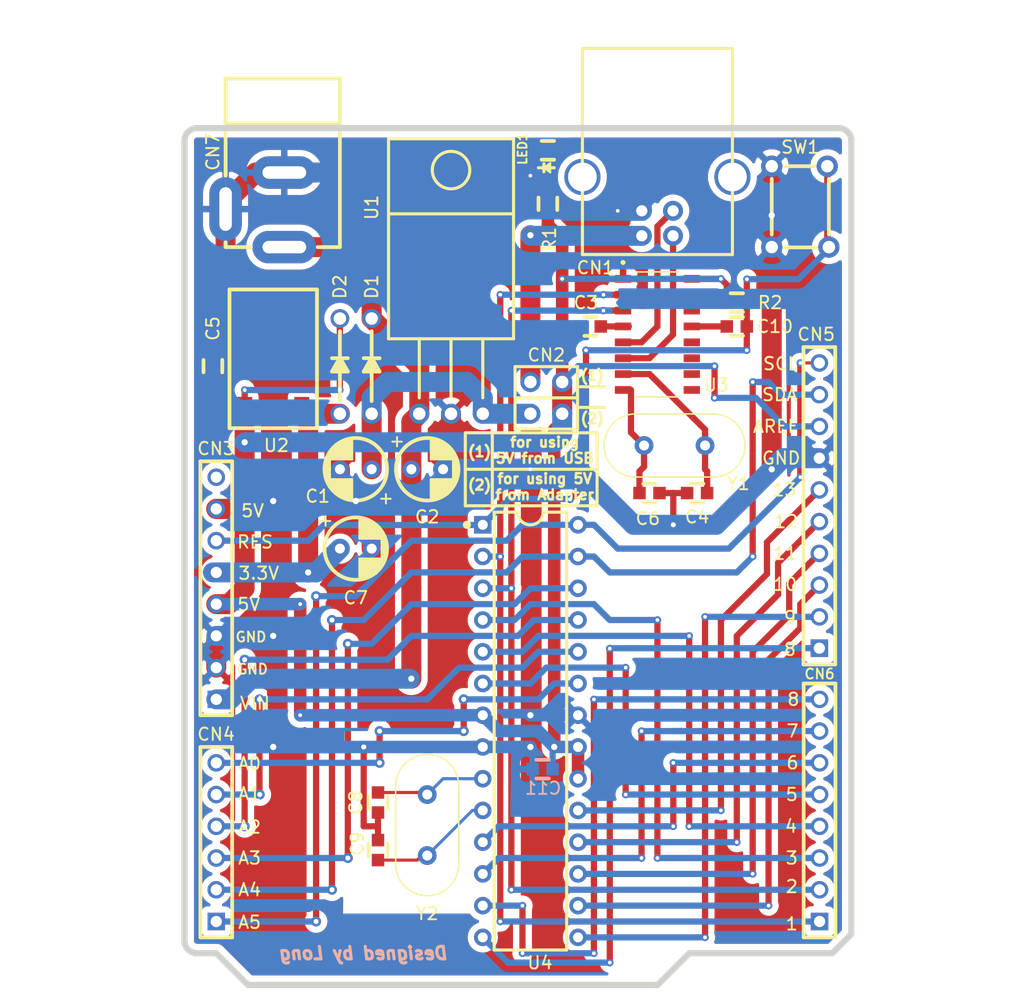
<source format=kicad_pcb>
(kicad_pcb (version 20171130) (host pcbnew "(5.1.10)-1")
  (layers (0 F.Cu signal) (31 B.Cu signal) (34 B.Paste user) (35 F.Paste user) (36 B.SilkS user) (37 F.SilkS user) (38 B.Mask user) (39 F.Mask user) (44 Edge.Cuts user))
  (net 0 "")
  (net 1 GND)
  (net 2 /Vin)
  (net 3 "Net-(C2-Pad1)")
  (net 4 "Net-(C3-Pad2)")
  (net 5 +5V)
  (net 6 "Net-(C4-Pad1)")
  (net 7 "Net-(C6-Pad1)")
  (net 8 +3V3)
  (net 9 "Net-(C8-Pad1)")
  (net 10 "Net-(C9-Pad1)")
  (net 11 "Net-(C10-Pad2)")
  (net 12 /RESET)
  (net 13 "Net-(CN1-Pad2)")
  (net 14 /5v_USB)
  (net 15 "Net-(CN1-Pad3)")
  (net 16 "Net-(CN3-Pad8)")
  (net 17 /A5)
  (net 18 /A3)
  (net 19 /A2)
  (net 20 /A4)
  (net 21 /A0)
  (net 22 /A1)
  (net 23 /D8)
  (net 24 /D9)
  (net 25 /D10)
  (net 26 /D12)
  (net 27 /D11)
  (net 28 /D13)
  (net 29 /D3)
  (net 30 /D7)
  (net 31 /D6)
  (net 32 /RX)
  (net 33 /D5)
  (net 34 /TX)
  (net 35 /D2)
  (net 36 /D4)
  (net 37 "Net-(LED1-Pad1)")
  (net 38 "Net-(U3-Pad14)")
  (net 39 "Net-(U3-Pad12)")
  (net 40 "Net-(U3-Pad11)")
  (net 41 "Net-(U3-Pad9)")
  (net 42 "Net-(U3-Pad10)")
  (net 43 "Net-(U3-Pad15)")
  (module cn_connector:jumper (layer F.Cu) (at 139.065 81.28)
    (fp_text reference CN2 (at 0 -3.429 180) (layer F.SilkS))
    (fp_text value jumper)
    (pad 3 thru_hole circle (at -1.27 1.27 90) (size 1.6 1.6) (drill 1) (layers *.Cu *.Mask) (net 3 "Net-(C2-Pad1)"))
    (pad 4 thru_hole circle (at 1.27 1.27 90) (size 1.6 1.6) (drill 1) (layers *.Cu *.Mask) (net 5 +5V))
    (pad 1 thru_hole circle (at -1.27 -1.27 90) (size 1.6 1.6) (drill 1) (layers *.Cu *.Mask) (net 14 /5v_USB))
    (pad 2 thru_hole circle (at 1.27 -1.27 90) (size 1.6 1.6) (drill 1) (layers *.Cu *.Mask) (net 5 +5V))
  )
  (module C_1608:C0603C104Z3VACTU (layer F.Cu) (at 151.13 88.9 180)
    (fp_text reference C4 (at 0 -1.905) (layer F.SilkS))
    (fp_text value 22pF)
    (pad 2 smd rect (at 0.8 0 180) (size 1 1) (layers F.Cu F.Paste F.Mask) (net 1 GND))
    (pad 1 smd rect (at -0.8 0 180) (size 1 1) (layers F.Cu F.Paste F.Mask) (net 6 "Net-(C4-Pad1)"))
  )
  (module cn_connector:cn_8pins (layer F.Cu) (at 160.925 115.57)
    (fp_text reference CN6 (at 0 -12.192) (layer F.SilkS) (effects (font (size 0.8 0.8))))
    (fp_text value CN_8pins)
    (fp_text user 1 (at -2.2225 7.8105 180) (layer F.SilkS))
    (fp_text user 2 (at -2.2225 4.826 180) (layer F.SilkS))
    (fp_text user 4 (at -2.286 0 180) (layer F.SilkS))
    (fp_text user 3 (at -2.2225 2.54 180) (layer F.SilkS))
    (fp_text user 8 (at -2.0955 -10.16 180) (layer F.SilkS))
    (fp_text user 7 (at -2.159 -7.62 180) (layer F.SilkS))
    (fp_text user 5 (at -2.2225 -2.54 180) (layer F.SilkS))
    (fp_text user 6 (at -2.159 -5.08 180) (layer F.SilkS))
    (pad 4 thru_hole circle (at 0 0 90) (size 1.4 1.4) (drill 0.9) (layers *.Cu *.Mask) (net 29 /D3))
    (pad 7 thru_hole circle (at 0 -7.62 90) (size 1.4 1.4) (drill 0.9) (layers *.Cu *.Mask) (net 31 /D6))
    (pad 2 thru_hole circle (at 0 5.08 90) (size 1.4 1.4) (drill 0.9) (layers *.Cu *.Mask) (net 34 /TX))
    (pad 5 thru_hole circle (at 0 -2.54 90) (size 1.4 1.4) (drill 0.9) (layers *.Cu *.Mask) (net 36 /D4))
    (pad 1 thru_hole rect (at 0 7.62 90) (size 1.4 1.4) (drill 0.9) (layers *.Cu *.Mask) (net 32 /RX))
    (pad 3 thru_hole circle (at 0 2.54 90) (size 1.4 1.4) (drill 0.9) (layers *.Cu *.Mask) (net 35 /D2))
    (pad 8 thru_hole circle (at 0 -10.16 90) (size 1.4 1.4) (drill 0.9) (layers *.Cu *.Mask) (net 30 /D7))
    (pad 6 thru_hole circle (at 0 -5.08 90) (size 1.4 1.4) (drill 0.9) (layers *.Cu *.Mask) (net 33 /D5))
  )
  (module cn_connector:cn_8pins_L (layer F.Cu) (at 112.665 96.52)
    (fp_text reference CN3 (at -0.016 -11.176) (layer F.SilkS))
    (fp_text value CN_8pins_pwr)
    (fp_text user 3.3V (at 3.4 -1.2 180) (layer F.SilkS))
    (fp_text user RES (at 3.1 -3.7 180) (layer F.SilkS))
    (fp_text user VIN (at 3.1 9.2 180) (layer F.SilkS))
    (fp_text user 5V (at 2.905 -6.2 180) (layer F.SilkS))
    (fp_text user GND (at 2.778 3.9 180) (layer F.SilkS) (effects (font (size 0.8 0.8))))
    (fp_text user 5V (at 2.6 1.3 180) (layer F.SilkS))
    (fp_text user GND (at 2.905 6.477 180) (layer F.SilkS) (effects (font (size 0.8 0.8))))
    (pad 4 thru_hole circle (at 0 1.27 90) (size 1.4 1.4) (drill 0.9) (layers *.Cu *.Mask) (net 5 +5V))
    (pad 8 thru_hole circle (at 0 -8.89 90) (size 1.4 1.4) (drill 0.9) (layers *.Cu *.Mask) (net 16 "Net-(CN3-Pad8)"))
    (pad 7 thru_hole circle (at 0 -6.35 90) (size 1.4 1.4) (drill 0.9) (layers *.Cu *.Mask) (net 5 +5V))
    (pad 1 thru_hole rect (at 0 8.89 90) (size 1.4 1.4) (drill 0.9) (layers *.Cu *.Mask) (net 2 /Vin))
    (pad 6 thru_hole circle (at 0 -3.81 90) (size 1.4 1.4) (drill 0.9) (layers *.Cu *.Mask) (net 12 /RESET))
    (pad 2 thru_hole circle (at 0 6.35 90) (size 1.4 1.4) (drill 0.9) (layers *.Cu *.Mask) (net 1 GND))
    (pad 3 thru_hole circle (at 0 3.81 90) (size 1.4 1.4) (drill 0.9) (layers *.Cu *.Mask) (net 1 GND))
    (pad 5 thru_hole circle (at 0 -1.27 90) (size 1.4 1.4) (drill 0.9) (layers *.Cu *.Mask) (net 8 +3V3))
  )
  (module NJM78M05FA:NJM78M05FA (layer F.Cu) (at 131.445 82.55)
    (fp_text reference U1 (at -6.35 -16.51 90) (layer F.SilkS))
    (fp_text value NJM78M05FA)
    (pad 3 thru_hole circle (at 2.54 0) (size 1.6 1.6) (drill 1) (layers *.Cu *.Mask) (net 3 "Net-(C2-Pad1)"))
    (pad 2 thru_hole circle (at 0 0) (size 1.6 1.6) (drill 1) (layers *.Cu *.Mask) (net 1 GND))
    (pad 1 thru_hole circle (at -2.54 0) (size 1.6 1.6) (drill 1) (layers *.Cu *.Mask) (net 2 /Vin))
  )
  (module Crystal:Crystal_HC49-U_Vertical (layer F.Cu) (at 129.54 113.03 270)
    (fp_text reference Y2 (at 9.525 0 180) (layer F.SilkS))
    (fp_text value 16MHz)
    (pad 2 thru_hole circle (at 4.88 0 270) (size 1.5 1.5) (drill 0.8) (layers *.Cu *.Mask) (net 10 "Net-(C9-Pad1)"))
    (pad 1 thru_hole circle (at 0 0 270) (size 1.5 1.5) (drill 0.8) (layers *.Cu *.Mask) (net 9 "Net-(C8-Pad1)"))
  )
  (module Crystal:Crystal_HC49-U_Vertical (layer F.Cu) (at 151.765 85.09 180)
    (fp_text reference Y1 (at -2.667 -3.048) (layer F.SilkS))
    (fp_text value 12MHz)
    (pad 2 thru_hole circle (at 4.88 0 180) (size 1.5 1.5) (drill 0.8) (layers *.Cu *.Mask) (net 7 "Net-(C6-Pad1)"))
    (pad 1 thru_hole circle (at 0 0 180) (size 1.5 1.5) (drill 0.8) (layers *.Cu *.Mask) (net 6 "Net-(C4-Pad1)"))
  )
  (module Atmega328P:Atmega328p (layer F.Cu) (at 137.795 107.95)
    (fp_text reference U4 (at 0.762 18.542) (layer F.SilkS))
    (fp_text value Atmega328P)
    (pad 28 thru_hole circle (at 3.81 -16.51) (size 1.4 1.4) (drill 0.8) (layers *.Cu *.Mask) (net 17 /A5))
    (pad 27 thru_hole circle (at 3.81 -13.97) (size 1.4 1.4) (drill 0.8) (layers *.Cu *.Mask) (net 20 /A4))
    (pad 26 thru_hole circle (at 3.81 -11.43) (size 1.4 1.4) (drill 0.8) (layers *.Cu *.Mask) (net 18 /A3))
    (pad 25 thru_hole circle (at 3.81 -8.89) (size 1.4 1.4) (drill 0.8) (layers *.Cu *.Mask) (net 19 /A2))
    (pad 24 thru_hole circle (at 3.81 -6.35) (size 1.4 1.4) (drill 0.8) (layers *.Cu *.Mask) (net 22 /A1))
    (pad 23 thru_hole circle (at 3.81 -3.81) (size 1.4 1.4) (drill 0.8) (layers *.Cu *.Mask) (net 21 /A0))
    (pad 22 thru_hole circle (at 3.81 -1.27) (size 1.4 1.4) (drill 0.8) (layers *.Cu *.Mask) (net 1 GND))
    (pad 21 thru_hole circle (at 3.81 1.27) (size 1.4 1.4) (drill 0.8) (layers *.Cu *.Mask) (net 5 +5V))
    (pad 20 thru_hole circle (at 3.81 3.81) (size 1.4 1.4) (drill 0.8) (layers *.Cu *.Mask) (net 5 +5V))
    (pad 19 thru_hole circle (at 3.81 6.35) (size 1.4 1.4) (drill 0.8) (layers *.Cu *.Mask) (net 28 /D13))
    (pad 18 thru_hole circle (at 3.81 8.89) (size 1.4 1.4) (drill 0.8) (layers *.Cu *.Mask) (net 26 /D12))
    (pad 17 thru_hole circle (at 3.81 11.43) (size 1.4 1.4) (drill 0.8) (layers *.Cu *.Mask) (net 27 /D11))
    (pad 9 thru_hole circle (at -3.81 3.81) (size 1.4 1.4) (drill 0.8) (layers *.Cu *.Mask) (net 9 "Net-(C8-Pad1)"))
    (pad 8 thru_hole circle (at -3.81 1.27) (size 1.4 1.4) (drill 0.8) (layers *.Cu *.Mask) (net 1 GND))
    (pad 5 thru_hole circle (at -3.81 -6.35) (size 1.4 1.4) (drill 0.8) (layers *.Cu *.Mask) (net 29 /D3))
    (pad 10 thru_hole circle (at -3.81 6.35) (size 1.4 1.4) (drill 0.8) (layers *.Cu *.Mask) (net 10 "Net-(C9-Pad1)"))
    (pad 6 thru_hole circle (at -3.81 -3.81) (size 1.4 1.4) (drill 0.8) (layers *.Cu *.Mask) (net 36 /D4))
    (pad 11 thru_hole circle (at -3.81 8.89) (size 1.4 1.4) (drill 0.8) (layers *.Cu *.Mask) (net 33 /D5))
    (pad 3 thru_hole circle (at -3.81 -11.43) (size 1.4 1.4) (drill 0.8) (layers *.Cu *.Mask) (net 34 /TX))
    (pad 1 thru_hole rect (at -3.81 -16.51) (size 1.4 1.4) (drill 0.8) (layers *.Cu *.Mask) (net 12 /RESET))
    (pad 7 thru_hole circle (at -3.81 -1.27) (size 1.4 1.4) (drill 0.8) (layers *.Cu *.Mask) (net 5 +5V))
    (pad 12 thru_hole circle (at -3.81 11.43) (size 1.4 1.4) (drill 0.8) (layers *.Cu *.Mask) (net 31 /D6))
    (pad 15 thru_hole circle (at 3.81 16.51) (size 1.4 1.4) (drill 0.8) (layers *.Cu *.Mask) (net 24 /D9))
    (pad 16 thru_hole circle (at 3.81 13.97) (size 1.4 1.4) (drill 0.8) (layers *.Cu *.Mask) (net 25 /D10))
    (pad 13 thru_hole circle (at -3.81 13.97) (size 1.4 1.4) (drill 0.8) (layers *.Cu *.Mask) (net 30 /D7))
    (pad 14 thru_hole circle (at -3.81 16.51) (size 1.4 1.4) (drill 0.8) (layers *.Cu *.Mask) (net 23 /D8))
    (pad 4 thru_hole circle (at -3.81 -8.89) (size 1.4 1.4) (drill 0.8) (layers *.Cu *.Mask) (net 35 /D2))
    (pad 2 thru_hole circle (at -3.81 -13.97) (size 1.4 1.4) (drill 0.8) (layers *.Cu *.Mask) (net 32 /RX))
  )
  (module CH340G:SOIC127P600X180-16N (layer F.Cu) (at 147.955 76.2)
    (fp_text reference U3 (at 4.699 4.064) (layer F.SilkS))
    (fp_text value CH340G)
    (pad 2 smd roundrect (at -2.75 -3.175) (size 1.31 0.62) (layers F.Cu F.Paste F.Mask) (roundrect_rratio 0.08) (net 32 /RX))
    (pad 13 smd roundrect (at 2.75 -0.635) (size 1.31 0.62) (layers F.Cu F.Paste F.Mask) (roundrect_rratio 0.08) (net 11 "Net-(C10-Pad2)"))
    (pad 1 smd roundrect (at -2.75 -4.445) (size 1.31 0.62) (layers F.Cu F.Paste F.Mask) (roundrect_rratio 0.08) (net 1 GND))
    (pad 3 smd roundrect (at -2.75 -1.905) (size 1.31 0.62) (layers F.Cu F.Paste F.Mask) (roundrect_rratio 0.08) (net 34 /TX))
    (pad 4 smd roundrect (at -2.75 -0.635) (size 1.31 0.62) (layers F.Cu F.Paste F.Mask) (roundrect_rratio 0.08) (net 4 "Net-(C3-Pad2)"))
    (pad 14 smd roundrect (at 2.75 -1.905) (size 1.31 0.62) (layers F.Cu F.Paste F.Mask) (roundrect_rratio 0.08) (net 38 "Net-(U3-Pad14)"))
    (pad 12 smd roundrect (at 2.75 0.635) (size 1.31 0.62) (layers F.Cu F.Paste F.Mask) (roundrect_rratio 0.08) (net 39 "Net-(U3-Pad12)"))
    (pad 11 smd roundrect (at 2.75 1.905) (size 1.31 0.62) (layers F.Cu F.Paste F.Mask) (roundrect_rratio 0.08) (net 40 "Net-(U3-Pad11)"))
    (pad 6 smd roundrect (at -2.75 1.905) (size 1.31 0.62) (layers F.Cu F.Paste F.Mask) (roundrect_rratio 0.08) (net 13 "Net-(CN1-Pad2)"))
    (pad 9 smd roundrect (at 2.75 4.445) (size 1.31 0.62) (layers F.Cu F.Paste F.Mask) (roundrect_rratio 0.08) (net 41 "Net-(U3-Pad9)"))
    (pad 5 smd roundrect (at -2.75 0.635) (size 1.31 0.62) (layers F.Cu F.Paste F.Mask) (roundrect_rratio 0.08) (net 15 "Net-(CN1-Pad3)"))
    (pad 7 smd roundrect (at -2.75 3.175) (size 1.31 0.62) (layers F.Cu F.Paste F.Mask) (roundrect_rratio 0.08) (net 6 "Net-(C4-Pad1)"))
    (pad 10 smd roundrect (at 2.75 3.175) (size 1.31 0.62) (layers F.Cu F.Paste F.Mask) (roundrect_rratio 0.08) (net 42 "Net-(U3-Pad10)"))
    (pad 8 smd roundrect (at -2.75 4.445) (size 1.31 0.62) (layers F.Cu F.Paste F.Mask) (roundrect_rratio 0.08) (net 7 "Net-(C6-Pad1)"))
    (pad 15 smd roundrect (at 2.75 -3.175) (size 1.31 0.62) (layers F.Cu F.Paste F.Mask) (roundrect_rratio 0.08) (net 43 "Net-(U3-Pad15)"))
    (pad 16 smd roundrect (at 2.75 -4.445) (size 1.31 0.62) (layers F.Cu F.Paste F.Mask) (roundrect_rratio 0.08) (net 5 +5V))
  )
  (module NJM2391DL1-33:njm2391dl1-33 (layer F.Cu) (at 117.221 78.105)
    (fp_text reference U2 (at 0.254 6.985) (layer F.SilkS))
    (fp_text value NJM2391DL1-33)
    (pad 2 smd rect (at 0 -2.1 90) (size 6.4 5.8) (layers F.Cu F.Paste F.Mask) (net 1 GND))
    (pad 3 smd rect (at 2.28 4.2 90) (size 2.2 1.2) (layers F.Cu F.Paste F.Mask) (net 8 +3V3))
    (pad 1 smd rect (at -2.28 4.2 90) (size 2.2 1.2) (layers F.Cu F.Paste F.Mask) (net 5 +5V))
  )
  (module Switch_skhhby:SKHHBY (layer F.Cu) (at 159.385 66.04)
    (fp_text reference SW1 (at 0 -4.826) (layer F.SilkS))
    (fp_text value SKHHBY)
    (pad 4 thru_hole circle (at 2.286 3.175) (size 1.7 1.7) (drill 1) (layers *.Cu *.Mask) (net 12 /RESET))
    (pad 2 thru_hole circle (at -2.286 3.175) (size 1.7 1.7) (drill 1) (layers *.Cu *.Mask) (net 1 GND))
    (pad 3 thru_hole circle (at 2.159 -3.302) (size 1.7 1.7) (drill 1) (layers *.Cu *.Mask) (net 12 /RESET))
    (pad 1 thru_hole circle (at -2.286 -3.302) (size 1.7 1.7) (drill 1) (layers *.Cu *.Mask) (net 1 GND))
  )
  (module C_1608:C0603C104Z3VACTU (layer F.Cu) (at 154.305 73.66)
    (fp_text reference R2 (at 2.667 0) (layer F.SilkS))
    (fp_text value 10k)
    (pad 2 smd rect (at 0.8 0) (size 1 1) (layers F.Cu F.Paste F.Mask) (net 12 /RESET))
    (pad 1 smd rect (at -0.8 0) (size 1 1) (layers F.Cu F.Paste F.Mask) (net 5 +5V))
  )
  (module C_1608:C0603C104Z3VACTU (layer F.Cu) (at 139.192 65.748 90)
    (fp_text reference R1 (at -2.832 0.127 90) (layer F.SilkS))
    (fp_text value 330)
    (pad 2 smd rect (at 0.8 0 90) (size 1 1) (layers F.Cu F.Paste F.Mask) (net 37 "Net-(LED1-Pad1)"))
    (pad 1 smd rect (at -0.8 0 90) (size 1 1) (layers F.Cu F.Paste F.Mask) (net 5 +5V))
  )
  (module C_1608:C0603C104Z3VACTU (layer F.Cu) (at 139.192 61.468 180)
    (fp_text reference LED1 (at 2.032 0.127 90) (layer F.SilkS) (effects (font (size 0.7 0.7))))
    (fp_text value LED)
    (pad 2 smd rect (at 0.8 0 180) (size 1 1) (layers F.Cu F.Paste F.Mask) (net 1 GND))
    (pad 1 smd rect (at -0.8 0 180) (size 1 1) (layers F.Cu F.Paste F.Mask) (net 37 "Net-(LED1-Pad1)"))
  )
  (module Diode_custom:1DS4 (layer F.Cu) (at 122.555 78.74 90)
    (fp_text reference D2 (at 6.35 0 270) (layer F.SilkS))
    (fp_text value 1S4)
    (pad 2 thru_hole circle (at 3.81 0 90) (size 1.5 1.5) (drill 1) (layers *.Cu *.Mask) (net 5 +5V))
    (pad 1 thru_hole circle (at -3.81 0 90) (size 1.5 1.5) (drill 1) (layers *.Cu *.Mask) (net 8 +3V3))
  )
  (module Diode_custom:1DS4 (layer F.Cu) (at 125.095 78.74 90)
    (fp_text reference D1 (at 6.35 0 90) (layer F.SilkS))
    (fp_text value 1S4)
    (pad 2 thru_hole circle (at 3.81 0 90) (size 1.5 1.5) (drill 1) (layers *.Cu *.Mask) (net 2 /Vin))
    (pad 1 thru_hole circle (at -3.81 0 90) (size 1.5 1.5) (drill 1) (layers *.Cu *.Mask) (net 3 "Net-(C2-Pad1)"))
  )
  (module mj-179p:MJ179P (layer F.Cu) (at 118.11 69.215 180)
    (fp_text reference CN7 (at 5.715 7.62 90) (layer F.SilkS))
    (fp_text value MJ-179P)
    (pad 2 thru_hole oval (at 0 5.969 270) (size 2.6 5.1) (drill oval 1 3.5) (layers *.Cu *.Mask) (net 1 GND))
    (pad 3 thru_hole oval (at 4.699 3.048 180) (size 2.6 5.1) (drill oval 1 3.5) (layers *.Cu *.Mask) (net 1 GND))
    (pad 1 thru_hole oval (at 0 0 270) (size 2.6 5.1) (drill oval 1 3.5) (layers *.Cu *.Mask) (net 2 /Vin))
  )
  (module cn_connector:cn (layer F.Cu) (at 160.909 89.916)
    (fp_text reference CN5 (at -0.254 -13.716) (layer F.SilkS))
    (fp_text value CN_10pins hide)
    (fp_text user 8 (at -2.3495 11.4935) (layer F.SilkS))
    (fp_text user SCL (at -3.1115 -11.3665) (layer F.SilkS))
    (fp_text user 9 (at -2.3495 8.9535) (layer F.SilkS))
    (fp_text user SDA (at -3.175 -8.89) (layer F.SilkS))
    (fp_text user AREF (at -3.4925 -6.35) (layer F.SilkS))
    (fp_text user GND (at -3.048 -3.81) (layer F.SilkS))
    (fp_text user 10 (at -2.7305 6.2865) (layer F.SilkS))
    (fp_text user 11 (at -2.7305 3.81) (layer F.SilkS))
    (fp_text user 12 (at -2.667 1.27) (layer F.SilkS))
    (fp_text user 13 (at -2.794 -1.27) (layer F.SilkS))
    (pad 1 thru_hole rect (at 0 11.4 270) (size 1.4 1.4) (drill 0.9) (layers *.Cu *.Mask) (net 23 /D8))
    (pad 2 thru_hole circle (at 0 8.89 270) (size 1.4 1.4) (drill 0.9) (layers *.Cu *.Mask) (net 24 /D9))
    (pad 3 thru_hole circle (at 0 6.35 270) (size 1.4 1.4) (drill 0.9) (layers *.Cu *.Mask) (net 25 /D10))
    (pad 9 thru_hole circle (at 0 -8.89 270) (size 1.4 1.4) (drill 0.9) (layers *.Cu *.Mask) (net 20 /A4))
    (pad 8 thru_hole circle (at 0 -6.35 270) (size 1.4 1.4) (drill 0.9) (layers *.Cu *.Mask) (net 5 +5V))
    (pad 5 thru_hole circle (at 0 1.27 270) (size 1.4 1.4) (drill 0.9) (layers *.Cu *.Mask) (net 26 /D12))
    (pad 10 thru_hole circle (at 0 -11.43 270) (size 1.4 1.4) (drill 0.9) (layers *.Cu *.Mask) (net 17 /A5))
    (pad 4 thru_hole circle (at 0 3.81 270) (size 1.4 1.4) (drill 0.9) (layers *.Cu *.Mask) (net 27 /D11))
    (pad 6 thru_hole circle (at 0 -1.27 270) (size 1.4 1.4) (drill 0.9) (layers *.Cu *.Mask) (net 28 /D13))
    (pad 7 thru_hole circle (at 0 -3.81 270) (size 1.4 1.4) (drill 0.9) (layers *.Cu *.Mask) (net 1 GND))
  )
  (module cn_connector:cn_6pins (layer F.Cu) (at 112.665 116.84)
    (fp_text reference CN4 (at -0.016 -8.636) (layer F.SilkS))
    (fp_text value CN_6pins hide)
    (fp_text user A2 (at 2.667 -1.2065 180) (layer F.SilkS))
    (fp_text user A0 (at 2.667 -6.2865 180) (layer F.SilkS))
    (fp_text user A1 (at 2.667 -3.8735 180) (layer F.SilkS))
    (fp_text user A3 (at 2.667 1.27 180) (layer F.SilkS))
    (fp_text user A5 (at 2.667 6.4135 180) (layer F.SilkS))
    (fp_text user A4 (at 2.667 3.81 180) (layer F.SilkS))
    (pad 1 thru_hole rect (at 0 6.35 90) (size 1.4 1.4) (drill 0.9) (layers *.Cu *.Mask) (net 17 /A5))
    (pad 3 thru_hole circle (at 0 1.27 90) (size 1.4 1.4) (drill 0.9) (layers *.Cu *.Mask) (net 18 /A3))
    (pad 4 thru_hole circle (at 0 -1.27 90) (size 1.4 1.4) (drill 0.9) (layers *.Cu *.Mask) (net 19 /A2))
    (pad 2 thru_hole circle (at 0 3.81 90) (size 1.4 1.4) (drill 0.9) (layers *.Cu *.Mask) (net 20 /A4))
    (pad 6 thru_hole circle (at 0 -6.35 90) (size 1.4 1.4) (drill 0.9) (layers *.Cu *.Mask) (net 21 /A0))
    (pad 5 thru_hole circle (at 0 -3.81 90) (size 1.4 1.4) (drill 0.9) (layers *.Cu *.Mask) (net 22 /A1))
  )
  (module cn_connector:USB-B (layer F.Cu) (at 147.955 67.31)
    (fp_text reference CN1 (at -4.953 3.556) (layer F.SilkS))
    (fp_text value USB-B)
    (pad 2 thru_hole circle (at 1.25 1) (size 1.6 1.6) (drill 0.9) (layers *.Cu *.Mask) (net 13 "Net-(CN1-Pad2)"))
    (pad 1 thru_hole circle (at -1.25 1) (size 1.6 1.6) (drill 0.9) (layers *.Cu *.Mask) (net 14 /5v_USB))
    (pad 3 thru_hole circle (at 1.25 -1) (size 1.6 1.6) (drill 0.9) (layers *.Cu *.Mask) (net 15 "Net-(CN1-Pad3)"))
    (pad 4 thru_hole circle (at -1.25 -1) (size 1.6 1.6) (drill 0.9) (layers *.Cu *.Mask) (net 1 GND))
    (pad 5 thru_hole circle (at 6 -3.71) (size 2.9 2.9) (drill 2.3) (layers *.Cu *.Mask))
    (pad 6 thru_hole circle (at -6 -3.71) (size 2.9 2.9) (drill 2.3) (layers *.Cu *.Mask))
  )
  (module C_1608:C0603C104Z3VACTU (layer B.Cu) (at 138.773 110.998 180)
    (fp_text reference C11 (at -0.038 -1.524) (layer B.SilkS) (effects (justify mirror)))
    (fp_text value 0.1uf)
    (pad 2 smd rect (at 0.8 0 180) (size 1 1) (layers B.Cu B.Paste B.Mask) (net 1 GND))
    (pad 1 smd rect (at -0.8 0 180) (size 1 1) (layers B.Cu B.Paste B.Mask) (net 5 +5V))
  )
  (module C_1608:C0603C104Z3VACTU (layer F.Cu) (at 154.305 75.565 180)
    (fp_text reference C10 (at -3.048 0) (layer F.SilkS))
    (fp_text value 1uf)
    (pad 2 smd rect (at 0.8 0 180) (size 1 1) (layers F.Cu F.Paste F.Mask) (net 11 "Net-(C10-Pad2)"))
    (pad 1 smd rect (at -0.8 0 180) (size 1 1) (layers F.Cu F.Paste F.Mask) (net 12 /RESET))
  )
  (module C_1608:C0603C104Z3VACTU (layer F.Cu) (at 125.603 117.475 90)
    (fp_text reference C9 (at 0.508 -1.651 90) (layer F.SilkS))
    (fp_text value 22pF)
    (pad 2 smd rect (at 0.8 0 90) (size 1 1) (layers F.Cu F.Paste F.Mask) (net 1 GND))
    (pad 1 smd rect (at -0.8 0 90) (size 1 1) (layers F.Cu F.Paste F.Mask) (net 10 "Net-(C9-Pad1)"))
  )
  (module C_1608:C0603C104Z3VACTU (layer F.Cu) (at 125.603 113.665 270)
    (fp_text reference C8 (at 0 1.778 90) (layer F.SilkS))
    (fp_text value 22pF)
    (pad 2 smd rect (at 0.8 0 270) (size 1 1) (layers F.Cu F.Paste F.Mask) (net 1 GND))
    (pad 1 smd rect (at -0.8 0 270) (size 1 1) (layers F.Cu F.Paste F.Mask) (net 9 "Net-(C8-Pad1)"))
  )
  (module C:10uF-16v (layer F.Cu) (at 123.825 93.345)
    (fp_text reference C7 (at 0 3.937) (layer F.SilkS))
    (fp_text value 10uf)
    (fp_text user + (at -2.413 -2.286) (layer F.SilkS))
    (pad 2 thru_hole circle (at 1.27 0) (size 1.4 1.4) (drill 0.8) (layers *.Cu *.Mask) (net 1 GND))
    (pad 1 thru_hole circle (at -1.27 0) (size 1.4 1.4) (drill 0.8) (layers *.Cu *.Mask) (net 8 +3V3))
  )
  (module C_1608:C0603C104Z3VACTU (layer F.Cu) (at 147.32 88.9)
    (fp_text reference C6 (at -0.127 2.032) (layer F.SilkS))
    (fp_text value 22pF)
    (pad 2 smd rect (at 0.8 0) (size 1 1) (layers F.Cu F.Paste F.Mask) (net 1 GND))
    (pad 1 smd rect (at -0.8 0) (size 1 1) (layers F.Cu F.Paste F.Mask) (net 7 "Net-(C6-Pad1)"))
  )
  (module C_1608:C0603C104Z3VACTU (layer F.Cu) (at 112.395 78.74 90)
    (fp_text reference C5 (at 3.01 0 90) (layer F.SilkS))
    (fp_text value 1uf)
    (pad 2 smd rect (at 0.8 0 90) (size 1 1) (layers F.Cu F.Paste F.Mask) (net 1 GND))
    (pad 1 smd rect (at -0.8 0 90) (size 1 1) (layers F.Cu F.Paste F.Mask) (net 5 +5V))
  )
  (module C_1608:C0603C104Z3VACTU (layer F.Cu) (at 142.621 75.565)
    (fp_text reference C3 (at -0.381 -1.905) (layer F.SilkS))
    (fp_text value 1uf)
    (pad 2 smd rect (at 0.8 0) (size 1 1) (layers F.Cu F.Paste F.Mask) (net 4 "Net-(C3-Pad2)"))
    (pad 1 smd rect (at -0.8 0) (size 1 1) (layers F.Cu F.Paste F.Mask) (net 5 +5V))
  )
  (module C:10uF-16v (layer F.Cu) (at 123.825 86.995 180)
    (fp_text reference C2 (at -5.715 -3.81) (layer F.SilkS))
    (fp_text value 10uf)
    (fp_text user + (at -2.413 -2.286) (layer F.SilkS))
    (pad 2 thru_hole circle (at 1.27 0 180) (size 1.4 1.4) (drill 0.8) (layers *.Cu *.Mask) (net 1 GND))
    (pad 1 thru_hole circle (at -1.27 0 180) (size 1.4 1.4) (drill 0.8) (layers *.Cu *.Mask) (net 3 "Net-(C2-Pad1)"))
  )
  (module C:10uF-16v (layer F.Cu) (at 129.54 86.995)
    (fp_text reference C1 (at -8.763 2.159) (layer F.SilkS))
    (fp_text value 10uf)
    (fp_text user + (at -2.413 -2.286) (layer F.SilkS))
    (pad 2 thru_hole circle (at 1.27 0) (size 1.4 1.4) (drill 0.8) (layers *.Cu *.Mask) (net 1 GND))
    (pad 1 thru_hole circle (at -1.27 0) (size 1.4 1.4) (drill 0.8) (layers *.Cu *.Mask) (net 2 /Vin))
  )
  (gr_text "for using 5V\nfrom Adapter" (at 138.938 88.392) (layer F.SilkS) (effects (font (size 0.8 0.8) (thickness 0.2))))
  (gr_text "(1)" (at 133.731 85.598) (layer F.SilkS) (effects (font (size 0.8 0.8) (thickness 0.2))))
  (gr_text "(2)" (at 133.731 88.265) (layer F.SilkS) (effects (font (size 0.8 0.8) (thickness 0.2))))
  (gr_line (start 134.747 84.201) (end 134.747 89.916) (layer F.SilkS) (width 0.25))
  (gr_line (start 132.588 86.995) (end 143.129 86.995) (layer F.SilkS) (width 0.25))
  (gr_line (start 132.588 89.916) (end 143.129 89.916) (layer F.SilkS) (width 0.25))
  (gr_line (start 132.588 84.201) (end 132.588 89.916) (layer F.SilkS) (width 0.25))
  (gr_line (start 143.129 84.201) (end 143.129 89.916) (layer F.SilkS) (width 0.25))
  (gr_line (start 132.588 84.074) (end 143.129 84.074) (layer F.SilkS) (width 0.25))
  (gr_line (start 141.605 82.042) (end 143.764 82.042) (layer F.SilkS) (width 0.25))
  (gr_line (start 141.605 80.391) (end 143.764 80.391) (layer F.SilkS) (width 0.25))
  (gr_text "(2)" (at 142.748 82.931) (layer F.SilkS) (effects (font (size 0.8 0.8) (thickness 0.2))))
  (gr_text "(1)" (at 142.748 79.502) (layer F.SilkS) (effects (font (size 0.8 0.8) (thickness 0.2))))
  (gr_text "for using\n5V from USB" (at 138.938 85.471) (layer F.SilkS) (effects (font (size 0.8 0.8) (thickness 0.2))))
  (gr_line (start 139.7 62.865) (end 139.1285 62.865) (layer F.SilkS) (width 0.25))
  (gr_line (start 138.8745 62.865) (end 138.43 62.865) (layer F.SilkS) (width 0.25))
  (gr_line (start 139.3825 62.865) (end 139.3825 62.484) (layer F.SilkS) (width 0.15))
  (gr_line (start 139.3825 62.484) (end 138.8745 62.865) (layer F.SilkS) (width 0.15))
  (gr_line (start 138.8745 62.865) (end 139.3825 63.246) (layer F.SilkS) (width 0.15))
  (gr_poly (pts (xy 138.938 62.865) (xy 139.319 62.5475) (xy 139.3825 62.611) (xy 139.3825 63.1825)) (layer F.SilkS) (width 0.1))
  (gr_line (start 139.3825 63.246) (end 139.3825 62.865) (layer F.SilkS) (width 0.15))
  (gr_line (start 138.8745 62.5475) (end 138.8745 63.1825) (layer F.SilkS) (width 0.25))
  (gr_text "Designed by Long" (at 124.46 125.73) (layer B.SilkS) (effects (font (size 1 1) (thickness 0.25) italic) (justify mirror)))
  (gr_line (start 150.511 125.73) (end 147.971 128.27) (layer Edge.Cuts) (width 0.5))
  (gr_line (start 110.125 124.73) (end 110.125 60.69) (layer Edge.Cuts) (width 0.5))
  (gr_arc (start 111.125 124.73) (end 111.125 125.73) (angle 90) (layer Edge.Cuts) (width 0.5))
  (gr_arc (start 111.125 60.69) (end 110.125 60.69) (angle 90) (layer Edge.Cuts) (width 0.5))
  (gr_line (start 115.205 128.27) (end 112.665 125.73) (layer Edge.Cuts) (width 0.5))
  (gr_line (start 147.971 128.27) (end 115.205 128.27) (layer Edge.Cuts) (width 0.5))
  (gr_line (start 163.465 124.206) (end 161.941 125.73) (layer Edge.Cuts) (width 0.5))
  (gr_line (start 111.125 59.69) (end 162.465 59.69) (layer Edge.Cuts) (width 0.5))
  (gr_line (start 163.465 60.69) (end 163.465 124.206) (layer Edge.Cuts) (width 0.5))
  (gr_arc (start 162.465 60.69) (end 162.465 59.69) (angle 90) (layer Edge.Cuts) (width 0.5))
  (gr_line (start 161.941 125.73) (end 150.511 125.73) (layer Edge.Cuts) (width 0.5))
  (gr_line (start 112.665 125.73) (end 111.125 125.73) (layer Edge.Cuts) (width 0.5))
  (via (at 123.825 89.535) (size 1) (drill 0.5) (layers F.Cu B.Cu) (net 1))
  (segment (start 113.411 66.167) (end 113.411 72.771) (width 1.6) (layer F.Cu) (net 1))
  (segment (start 113.411 72.771) (end 116.84 76.2) (width 1.6) (layer F.Cu) (net 1))
  (segment (start 118.11 63.246) (end 115.824 63.246) (width 1.6) (layer F.Cu) (net 1))
  (segment (start 113.411 65.659) (end 115.824 63.246) (width 1.6) (layer F.Cu) (net 1))
  (segment (start 113.411 66.167) (end 113.411 65.659) (width 1.6) (layer F.Cu) (net 1))
  (segment (start 137.541 63.246) (end 140.605 66.31) (width 1.6) (layer B.Cu) (net 1))
  (segment (start 118.11 63.246) (end 137.541 63.246) (width 1.6) (layer B.Cu) (net 1))
  (segment (start 157.099 65.659) (end 157.099 63.119) (width 1.6) (layer F.Cu) (net 1))
  (segment (start 157.099 69.215) (end 157.099 65.913) (width 1.6) (layer F.Cu) (net 1))
  (segment (start 157.099 65.913) (end 157.099 65.659) (width 1.6) (layer F.Cu) (net 1))
  (via (at 157.099 66.675) (size 1) (drill 0.5) (layers F.Cu B.Cu) (net 1))
  (segment (start 112.665 102.87) (end 112.665 100.6) (width 1.6) (layer F.Cu) (net 1))
  (segment (start 138.392 61.468) (end 138.392 62.192) (width 0.5) (layer F.Cu) (net 1))
  (segment (start 138.392 62.192) (end 137.795 62.789) (width 0.5) (layer F.Cu) (net 1))
  (segment (start 137.795 62.789) (end 137.795 63.5) (width 0.5) (layer F.Cu) (net 1))
  (via (at 137.795 63.5) (size 0.6) (drill 0.3) (layers F.Cu B.Cu) (net 1))
  (segment (start 146.705 65.385) (end 146.705 66.31) (width 1.6) (layer B.Cu) (net 1))
  (segment (start 147.955 64.135) (end 146.705 65.385) (width 1.6) (layer B.Cu) (net 1))
  (segment (start 150.495 64.135) (end 147.955 64.135) (width 1.6) (layer B.Cu) (net 1))
  (segment (start 153.035 66.675) (end 150.495 64.135) (width 1.6) (layer B.Cu) (net 1))
  (segment (start 157.099 66.675) (end 153.035 66.675) (width 1.6) (layer B.Cu) (net 1))
  (via (at 117.221 100.33) (size 1) (drill 0.5) (layers F.Cu B.Cu) (net 1))
  (segment (start 117.221 100.33) (end 117.221 99.187) (width 1.6) (layer F.Cu) (net 1))
  (segment (start 117.221 76.005) (end 117.221 99.187) (width 1.6) (layer F.Cu) (net 1))
  (segment (start 112.395 77.94) (end 114.465 77.94) (width 0.5) (layer F.Cu) (net 1))
  (segment (start 122.555 86.995) (end 122.555 88.265) (width 1.6) (layer F.Cu) (net 1))
  (segment (start 122.555 88.265) (end 125.095 90.805) (width 1.6) (layer F.Cu) (net 1))
  (segment (start 131.445 82.55) (end 131.445 86.36) (width 1.6) (layer F.Cu) (net 1))
  (segment (start 131.445 86.36) (end 130.81 86.995) (width 1.6) (layer F.Cu) (net 1))
  (via (at 144.78 66.31) (size 0.6) (drill 0.3) (layers F.Cu B.Cu) (net 1))
  (segment (start 144.415 66.31) (end 140.605 66.31) (width 1.6) (layer B.Cu) (net 1))
  (segment (start 146.705 66.31) (end 144.415 66.31) (width 1.6) (layer B.Cu) (net 1))
  (segment (start 144.78 66.675) (end 144.78 66.31) (width 0.5) (layer F.Cu) (net 1))
  (segment (start 130.81 89.535) (end 117.475 89.535) (width 1.6) (layer B.Cu) (net 1))
  (via (at 117.221 89.535) (size 1) (drill 0.5) (layers F.Cu B.Cu) (net 1))
  (segment (start 117.221 89.535) (end 117.475 89.535) (width 1.6) (layer B.Cu) (net 1))
  (segment (start 112.665 100.33) (end 117.221 100.33) (width 1.6) (layer B.Cu) (net 1))
  (segment (start 133.35 86.995) (end 133.985 86.995) (width 1.6) (layer B.Cu) (net 1))
  (segment (start 130.81 89.535) (end 133.35 86.995) (width 1.6) (layer B.Cu) (net 1))
  (segment (start 133.985 86.995) (end 137.795 86.995) (width 1.6) (layer B.Cu) (net 1))
  (segment (start 130.81 86.995) (end 133.985 86.995) (width 1.6) (layer B.Cu) (net 1))
  (segment (start 125.095 93.345) (end 125.095 90.805) (width 1.6) (layer F.Cu) (net 1))
  (segment (start 137.795 86.995) (end 137.795 86.995) (width 1.6) (layer B.Cu) (net 1))
  (via (at 137.795 86.995) (size 0.6) (drill 0.3) (layers F.Cu B.Cu) (net 1))
  (segment (start 137.795 86.995) (end 137.795 109.22) (width 1) (layer F.Cu) (net 1))
  (via (at 137.795 109.22) (size 1) (drill 0.5) (layers F.Cu B.Cu) (net 1))
  (segment (start 137.795 109.22) (end 133.985 109.22) (width 1) (layer B.Cu) (net 1))
  (segment (start 141.605 106.68) (end 137.795 106.68) (width 1) (layer B.Cu) (net 1))
  (via (at 137.795 106.68) (size 1) (drill 0.5) (layers F.Cu B.Cu) (net 1))
  (segment (start 133.985 109.22) (end 118.745 109.22) (width 1) (layer B.Cu) (net 1))
  (via (at 117.221 109.22) (size 1) (drill 0.5) (layers F.Cu B.Cu) (net 1))
  (segment (start 117.221 100.33) (end 117.221 107.696) (width 1) (layer F.Cu) (net 1))
  (segment (start 160.147 86.106) (end 160.909 86.106) (width 1.6) (layer B.Cu) (net 1))
  (segment (start 157.099 69.215) (end 157.099 86.106) (width 1.6) (layer F.Cu) (net 1))
  (via (at 157.099 86.995) (size 1) (drill 0.5) (layers F.Cu B.Cu) (net 1))
  (via (at 124.46 109.22) (size 0.8) (drill 0.4) (layers F.Cu B.Cu) (net 1))
  (segment (start 145.205 69.894) (end 144.78 69.469) (width 0.5) (layer F.Cu) (net 1))
  (segment (start 145.205 71.755) (end 145.205 69.894) (width 0.5) (layer F.Cu) (net 1))
  (segment (start 144.78 69.469) (end 144.78 66.675) (width 0.5) (layer F.Cu) (net 1))
  (segment (start 157.099 86.995) (end 157.099 86.106) (width 1.6) (layer F.Cu) (net 1))
  (segment (start 137.973 110.998) (end 137.973 109.398) (width 0.5) (layer B.Cu) (net 1))
  (segment (start 125.603 116.675) (end 125.603 115.697) (width 0.5) (layer F.Cu) (net 1))
  (segment (start 124.46 115.57) (end 124.46 109.22) (width 0.5) (layer F.Cu) (net 1))
  (segment (start 125.603 115.57) (end 125.603 114.427) (width 0.5) (layer F.Cu) (net 1))
  (segment (start 125.603 115.697) (end 125.603 115.57) (width 0.25) (layer F.Cu) (net 1))
  (segment (start 124.46 115.57) (end 125.603 115.57) (width 0.5) (layer F.Cu) (net 1))
  (segment (start 117.221 107.696) (end 117.221 109.22) (width 1) (layer F.Cu) (net 1))
  (segment (start 118.745 109.22) (end 117.221 109.22) (width 1) (layer B.Cu) (net 1))
  (segment (start 157.988 86.106) (end 157.099 86.995) (width 1.6) (layer B.Cu) (net 1))
  (segment (start 160.909 86.106) (end 157.988 86.106) (width 1.6) (layer B.Cu) (net 1))
  (via (at 149.225 91.44) (size 0.8) (drill 0.4) (layers F.Cu B.Cu) (net 1))
  (segment (start 157.099 86.995) (end 152.654 91.44) (width 1.6) (layer B.Cu) (net 1))
  (segment (start 152.654 91.44) (end 146.05 91.44) (width 1.6) (layer B.Cu) (net 1))
  (segment (start 146.05 91.44) (end 141.605 86.995) (width 1.6) (layer B.Cu) (net 1))
  (segment (start 137.795 86.995) (end 141.605 86.995) (width 1.6) (layer B.Cu) (net 1))
  (segment (start 149.225 88.9) (end 149.225 91.44) (width 0.5) (layer F.Cu) (net 1))
  (segment (start 148.12 88.9) (end 149.225 88.9) (width 0.5) (layer F.Cu) (net 1))
  (segment (start 149.225 88.9) (end 150.495 88.9) (width 0.5) (layer F.Cu) (net 1))
  (segment (start 118.11 69.215) (end 125.095 69.215) (width 1.6) (layer F.Cu) (net 2))
  (segment (start 125.095 74.93) (end 125.095 69.215) (width 1.6) (layer F.Cu) (net 2))
  (segment (start 125.095 74.93) (end 128.905 78.74) (width 1.6) (layer F.Cu) (net 2))
  (segment (start 128.905 78.74) (end 128.905 82.55) (width 1.6) (layer F.Cu) (net 2))
  (segment (start 128.27 86.995) (end 128.27 83.185) (width 1.6) (layer F.Cu) (net 2))
  (segment (start 128.27 83.185) (end 128.905 82.55) (width 1.6) (layer F.Cu) (net 2))
  (segment (start 128.27 86.995) (end 128.27 96.52) (width 1.6) (layer F.Cu) (net 2))
  (segment (start 115.443 103.759) (end 128.143 103.759) (width 1.6) (layer B.Cu) (net 2))
  (via (at 128.27 103.759) (size 1) (drill 0.5) (layers F.Cu B.Cu) (net 2))
  (segment (start 128.27 103.759) (end 128.27 102.87) (width 1.6) (layer F.Cu) (net 2))
  (segment (start 128.27 96.52) (end 128.27 102.87) (width 1.6) (layer F.Cu) (net 2))
  (segment (start 113.792 105.41) (end 115.443 103.759) (width 1.6) (layer B.Cu) (net 2))
  (segment (start 112.665 105.41) (end 113.792 105.41) (width 1.6) (layer B.Cu) (net 2))
  (segment (start 133.985 82.55) (end 137.795 82.55) (width 1.6) (layer B.Cu) (net 3))
  (segment (start 125.095 86.995) (end 125.095 82.55) (width 1.6) (layer F.Cu) (net 3))
  (segment (start 133.985 82.55) (end 133.985 81.28) (width 1.6) (layer B.Cu) (net 3))
  (segment (start 133.985 81.28) (end 132.715 80.01) (width 1.6) (layer B.Cu) (net 3))
  (segment (start 125.095 82.55) (end 125.095 81.28) (width 1.6) (layer B.Cu) (net 3))
  (segment (start 126.365 80.01) (end 132.715 80.01) (width 1.6) (layer B.Cu) (net 3))
  (segment (start 125.095 81.28) (end 126.365 80.01) (width 1.6) (layer B.Cu) (net 3))
  (segment (start 143.802 75.565) (end 145.669 75.565) (width 0.5) (layer F.Cu) (net 4))
  (segment (start 112.395 79.54) (end 112.395 80.01) (width 0.5) (layer F.Cu) (net 5))
  (segment (start 114.56 82.175) (end 112.395 80.01) (width 0.5) (layer F.Cu) (net 5))
  (segment (start 114.56 82.305) (end 114.56 82.175) (width 0.5) (layer F.Cu) (net 5))
  (segment (start 140.335 82.55) (end 140.335 80.01) (width 1.6) (layer F.Cu) (net 5))
  (segment (start 140.335 82.55) (end 140.335 84.201) (width 1.6) (layer B.Cu) (net 5))
  (segment (start 140.335 84.201) (end 139.7 84.836) (width 1.6) (layer B.Cu) (net 5))
  (via (at 114.935 84.836) (size 1) (drill 0.5) (layers F.Cu B.Cu) (net 5))
  (segment (start 114.935 82.299) (end 114.935 84.582) (width 1.6) (layer F.Cu) (net 5))
  (segment (start 112.665 90.17) (end 113.665 90.17) (width 1.6) (layer F.Cu) (net 5))
  (segment (start 113.665 97.79) (end 114.935 96.52) (width 1.6) (layer F.Cu) (net 5))
  (segment (start 112.665 97.79) (end 113.665 97.79) (width 1.6) (layer F.Cu) (net 5))
  (segment (start 114.935 91.44) (end 114.935 96.52) (width 1.6) (layer F.Cu) (net 5))
  (segment (start 112.665 90.17) (end 114.935 90.17) (width 1.6) (layer F.Cu) (net 5))
  (segment (start 114.935 90.17) (end 114.935 91.059) (width 1.6) (layer F.Cu) (net 5))
  (segment (start 114.935 84.836) (end 114.935 90.17) (width 1.6) (layer F.Cu) (net 5))
  (segment (start 114.935 84.836) (end 115.824 84.836) (width 1.6) (layer B.Cu) (net 5))
  (segment (start 139.7 84.836) (end 115.824 84.836) (width 1.6) (layer B.Cu) (net 5))
  (segment (start 139.192 66.548) (end 139.192 67.437) (width 1) (layer F.Cu) (net 5))
  (segment (start 139.192 67.437) (end 140.335 68.58) (width 1) (layer F.Cu) (net 5))
  (segment (start 114.941 82.305) (end 114.941 80.651) (width 0.5) (layer F.Cu) (net 5))
  (segment (start 114.941 80.651) (end 114.941 80.651) (width 0.5) (layer F.Cu) (net 5))
  (via (at 114.941 80.651) (size 0.6) (drill 0.3) (layers F.Cu B.Cu) (net 5))
  (segment (start 114.941 80.651) (end 122.549 80.651) (width 0.5) (layer B.Cu) (net 5))
  (segment (start 122.549 80.651) (end 122.549 80.651) (width 0.5) (layer B.Cu) (net 5))
  (via (at 122.549 80.651) (size 0.6) (drill 0.3) (layers F.Cu B.Cu) (net 5))
  (segment (start 122.549 80.651) (end 122.549 74.936) (width 0.5) (layer F.Cu) (net 5))
  (segment (start 140.335 68.58) (end 140.335 72.39) (width 1) (layer F.Cu) (net 5))
  (via (at 153.035 71.755) (size 0.6) (drill 0.3) (layers F.Cu B.Cu) (net 5))
  (via (at 140.335 71.755) (size 0.6) (drill 0.3) (layers F.Cu B.Cu) (net 5))
  (segment (start 141.605 111.76) (end 141.605 109.22) (width 1) (layer F.Cu) (net 5))
  (segment (start 139.7 89.535) (end 139.7 109.22) (width 1) (layer F.Cu) (net 5))
  (segment (start 139.7 109.22) (end 141.605 109.22) (width 1) (layer B.Cu) (net 5))
  (segment (start 139.7 109.22) (end 139.7 109.22) (width 1) (layer F.Cu) (net 5))
  (via (at 139.7 109.22) (size 1) (drill 0.5) (layers F.Cu B.Cu) (net 5))
  (via (at 119.38 106.68) (size 0.6) (drill 0.3) (layers F.Cu B.Cu) (net 5))
  (via (at 119.38 97.79) (size 0.6) (drill 0.3) (layers F.Cu B.Cu) (net 5))
  (segment (start 124.46 106.68) (end 123.825 106.68) (width 1) (layer B.Cu) (net 5))
  (segment (start 133.985 106.68) (end 124.46 106.68) (width 1) (layer B.Cu) (net 5))
  (segment (start 112.665 97.79) (end 119.38 97.79) (width 1) (layer B.Cu) (net 5))
  (segment (start 119.38 97.79) (end 119.38 102.235) (width 1) (layer F.Cu) (net 5))
  (segment (start 139.7 109.22) (end 138.43 107.95) (width 1) (layer B.Cu) (net 5))
  (segment (start 138.43 107.95) (end 135.255 107.95) (width 1) (layer B.Cu) (net 5))
  (segment (start 135.255 107.95) (end 133.985 106.68) (width 1) (layer B.Cu) (net 5))
  (segment (start 140.335 82.55) (end 140.335 83.185) (width 1) (layer F.Cu) (net 5))
  (segment (start 139.7 83.82) (end 139.7 89.535) (width 1) (layer F.Cu) (net 5))
  (segment (start 140.335 83.185) (end 139.7 83.82) (width 1) (layer F.Cu) (net 5))
  (segment (start 140.335 71.755) (end 149.86 71.755) (width 0.5) (layer B.Cu) (net 5))
  (segment (start 140.716 75.565) (end 140.335 75.946) (width 0.5) (layer F.Cu) (net 5))
  (segment (start 141.821 75.565) (end 140.716 75.565) (width 0.5) (layer F.Cu) (net 5))
  (segment (start 140.335 75.946) (end 140.335 80.01) (width 1) (layer F.Cu) (net 5))
  (segment (start 140.335 72.39) (end 140.335 75.946) (width 1) (layer F.Cu) (net 5))
  (segment (start 153.505 72.225) (end 153.035 71.755) (width 0.5) (layer F.Cu) (net 5))
  (segment (start 153.505 73.66) (end 153.505 72.225) (width 0.5) (layer F.Cu) (net 5))
  (segment (start 149.86 71.755) (end 153.035 71.755) (width 0.5) (layer B.Cu) (net 5))
  (segment (start 150.705 71.755) (end 153.035 71.755) (width 0.5) (layer F.Cu) (net 5))
  (segment (start 139.573 110.998) (end 139.573 109.347) (width 0.5) (layer B.Cu) (net 5))
  (segment (start 123.825 106.68) (end 119.38 106.68) (width 1) (layer B.Cu) (net 5))
  (segment (start 119.38 102.235) (end 119.38 106.68) (width 1) (layer F.Cu) (net 5))
  (segment (start 140.335 80.01) (end 141.605 78.74) (width 0.5) (layer B.Cu) (net 5))
  (via (at 152.527 78.74) (size 0.6) (drill 0.3) (layers F.Cu B.Cu) (net 5))
  (via (at 152.527 81.28) (size 0.6) (drill 0.3) (layers F.Cu B.Cu) (net 5))
  (segment (start 160.909 83.566) (end 158.115 83.566) (width 0.5) (layer B.Cu) (net 5))
  (segment (start 155.829 81.28) (end 152.527 81.28) (width 0.5) (layer B.Cu) (net 5))
  (segment (start 158.115 83.566) (end 155.829 81.28) (width 0.5) (layer B.Cu) (net 5))
  (segment (start 152.527 81.28) (end 152.527 78.74) (width 0.5) (layer F.Cu) (net 5))
  (segment (start 141.605 78.74) (end 152.527 78.74) (width 0.5) (layer B.Cu) (net 5))
  (segment (start 145.205 79.375) (end 145.86 79.375) (width 0.5) (layer F.Cu) (net 6))
  (segment (start 145.86 79.375) (end 147.32 79.375) (width 0.5) (layer F.Cu) (net 6))
  (segment (start 151.765 83.82) (end 147.32 79.375) (width 0.5) (layer F.Cu) (net 6))
  (segment (start 151.765 85.09) (end 151.765 83.82) (width 0.5) (layer F.Cu) (net 6))
  (segment (start 151.93 88.9) (end 151.93 87.16) (width 0.5) (layer F.Cu) (net 6))
  (segment (start 151.765 86.995) (end 151.93 87.16) (width 0.5) (layer F.Cu) (net 6))
  (segment (start 151.765 85.09) (end 151.765 86.995) (width 0.5) (layer F.Cu) (net 6))
  (segment (start 146.885 85.09) (end 146.05 84.255) (width 0.5) (layer F.Cu) (net 7))
  (segment (start 145.84 84.045) (end 146.05 84.255) (width 0.5) (layer F.Cu) (net 7))
  (segment (start 145.84 80.645) (end 145.84 84.045) (width 0.5) (layer F.Cu) (net 7))
  (segment (start 146.52 88.9) (end 146.52 87.16) (width 0.5) (layer F.Cu) (net 7))
  (segment (start 146.885 86.795) (end 146.52 87.16) (width 0.5) (layer F.Cu) (net 7))
  (segment (start 146.885 85.09) (end 146.885 86.795) (width 0.5) (layer F.Cu) (net 7))
  (segment (start 122.555 82.55) (end 120.015 82.55) (width 1.6) (layer F.Cu) (net 8))
  (segment (start 120.015 85.09) (end 120.015 95.25) (width 1.6) (layer F.Cu) (net 8))
  (via (at 120.015 95.25) (size 1) (drill 0.5) (layers F.Cu B.Cu) (net 8))
  (segment (start 120.015 95.25) (end 112.395 95.25) (width 1.6) (layer B.Cu) (net 8))
  (segment (start 120.015 95.25) (end 120.65 95.25) (width 1.6) (layer B.Cu) (net 8))
  (segment (start 120.65 95.25) (end 122.555 93.345) (width 1.6) (layer B.Cu) (net 8))
  (segment (start 120.015 85.09) (end 120.015 82.55) (width 1.6) (layer F.Cu) (net 8))
  (segment (start 133.985 111.76) (end 130.81 111.76) (width 0.25) (layer B.Cu) (net 9))
  (segment (start 130.81 111.76) (end 129.54 113.03) (width 0.25) (layer B.Cu) (net 9))
  (segment (start 125.603 112.865) (end 129.375 112.865) (width 0.25) (layer F.Cu) (net 9))
  (segment (start 129.54 117.91) (end 133.15 114.3) (width 0.25) (layer B.Cu) (net 10))
  (segment (start 133.15 114.3) (end 133.985 114.3) (width 0.25) (layer B.Cu) (net 10))
  (segment (start 129.105 117.91) (end 128.74 118.275) (width 0.25) (layer F.Cu) (net 10))
  (segment (start 129.54 117.91) (end 129.105 117.91) (width 0.25) (layer F.Cu) (net 10))
  (segment (start 125.603 118.275) (end 128.74 118.275) (width 0.25) (layer F.Cu) (net 10))
  (segment (start 151.34 75.565) (end 153.67 75.565) (width 0.5) (layer F.Cu) (net 11))
  (via (at 155.1178 71.7804) (size 0.6) (drill 0.3) (layers F.Cu B.Cu) (net 12))
  (segment (start 112.665 92.71) (end 119.38 92.71) (width 0.5) (layer B.Cu) (net 12))
  (segment (start 119.38 92.71) (end 120.015 92.71) (width 0.5) (layer B.Cu) (net 12))
  (segment (start 121.265009 91.459991) (end 133.965009 91.459991) (width 0.5) (layer B.Cu) (net 12))
  (segment (start 120.015 92.71) (end 121.265009 91.459991) (width 0.5) (layer B.Cu) (net 12))
  (via (at 155.105 77.47) (size 0.6) (drill 0.3) (layers F.Cu B.Cu) (net 12))
  (segment (start 136.055 89.37) (end 133.985 91.44) (width 0.5) (layer B.Cu) (net 12))
  (segment (start 161.544 62.738) (end 161.544 68.961) (width 0.5) (layer F.Cu) (net 12))
  (segment (start 155.105 75.565) (end 155.105 73.825) (width 0.5) (layer F.Cu) (net 12))
  (segment (start 155.105 71.7932) (end 155.1178 71.7804) (width 0.5) (layer F.Cu) (net 12))
  (segment (start 155.105 73.66) (end 155.105 71.7932) (width 0.5) (layer F.Cu) (net 12))
  (segment (start 155.1178 71.7804) (end 159.2326 71.7804) (width 0.5) (layer B.Cu) (net 12))
  (segment (start 159.2326 71.7804) (end 161.671 69.342) (width 0.5) (layer B.Cu) (net 12))
  (segment (start 155.105 77.47) (end 142.24 77.47) (width 0.5) (layer B.Cu) (net 12))
  (via (at 142.24 77.47) (size 0.6) (drill 0.3) (layers F.Cu B.Cu) (net 12))
  (via (at 140.97 89.408) (size 0.6) (drill 0.3) (layers F.Cu B.Cu) (net 12))
  (segment (start 155.105 75.565) (end 155.105 77.47) (width 0.5) (layer F.Cu) (net 12))
  (segment (start 142.24 88.138) (end 142.24 87.63) (width 0.5) (layer F.Cu) (net 12))
  (segment (start 140.97 89.408) (end 142.24 88.138) (width 0.5) (layer F.Cu) (net 12))
  (segment (start 142.24 77.47) (end 142.24 87.63) (width 0.5) (layer F.Cu) (net 12))
  (segment (start 140.932 89.37) (end 140.97 89.408) (width 0.5) (layer B.Cu) (net 12))
  (segment (start 136.055 89.37) (end 140.932 89.37) (width 0.5) (layer B.Cu) (net 12))
  (segment (start 147.32 78.105) (end 146.05 78.105) (width 0.5) (layer F.Cu) (net 13))
  (segment (start 149.205 76.22) (end 147.32 78.105) (width 0.5) (layer F.Cu) (net 13))
  (segment (start 149.205 68.31) (end 149.205 76.22) (width 0.5) (layer F.Cu) (net 13))
  (segment (start 146.05 78.105) (end 145.415 78.105) (width 0.5) (layer F.Cu) (net 13))
  (segment (start 137.795 80.01) (end 137.795 69.85) (width 1.6) (layer F.Cu) (net 14))
  (segment (start 137.795 69.85) (end 137.795 69.85) (width 1.6) (layer F.Cu) (net 14))
  (via (at 137.795 68.2625) (size 1) (drill 0.5) (layers F.Cu B.Cu) (net 14))
  (segment (start 146.705 68.31) (end 137.811 68.31) (width 1.6) (layer B.Cu) (net 14))
  (segment (start 137.795 69.85) (end 137.795 68.2625) (width 1.6) (layer F.Cu) (net 14))
  (segment (start 146.685 76.835) (end 146.05 76.835) (width 0.5) (layer F.Cu) (net 15))
  (segment (start 147.955 75.565) (end 146.685 76.835) (width 0.5) (layer F.Cu) (net 15))
  (segment (start 147.955 67.56) (end 147.955 75.565) (width 0.5) (layer F.Cu) (net 15))
  (segment (start 149.205 66.31) (end 147.955 67.56) (width 0.5) (layer F.Cu) (net 15))
  (segment (start 146.05 76.835) (end 145.542 76.835) (width 0.5) (layer F.Cu) (net 15))
  (segment (start 133.552998 92.71) (end 132.08 92.71) (width 0.5) (layer B.Cu) (net 17))
  (segment (start 132.08 92.71) (end 132.08 92.71) (width 0.5) (layer B.Cu) (net 17))
  (segment (start 137.16 91.44) (end 135.89 92.71) (width 0.5) (layer B.Cu) (net 17))
  (segment (start 141.605 91.44) (end 137.16 91.44) (width 0.5) (layer B.Cu) (net 17))
  (segment (start 135.89 92.71) (end 133.552998 92.71) (width 0.5) (layer B.Cu) (net 17))
  (segment (start 132.08 92.71) (end 128.27 92.71) (width 0.5) (layer B.Cu) (net 17))
  (segment (start 128.27 92.71) (end 123.825 97.155) (width 0.5) (layer B.Cu) (net 17))
  (segment (start 123.825 97.155) (end 120.65 97.155) (width 0.5) (layer B.Cu) (net 17))
  (via (at 120.65 97.155) (size 0.8) (drill 0.4) (layers F.Cu B.Cu) (net 17))
  (segment (start 112.665 123.19) (end 120.65 123.19) (width 0.5) (layer B.Cu) (net 17))
  (via (at 120.65 123.19) (size 0.8) (drill 0.4) (layers F.Cu B.Cu) (net 17))
  (segment (start 120.65 97.155) (end 120.65 123.19) (width 0.5) (layer F.Cu) (net 17))
  (segment (start 141.605 91.44) (end 142.875 91.44) (width 0.5) (layer B.Cu) (net 17))
  (segment (start 142.875 91.44) (end 144.78 93.345) (width 0.5) (layer B.Cu) (net 17))
  (segment (start 144.78 93.345) (end 153.67 93.345) (width 0.5) (layer B.Cu) (net 17))
  (via (at 159.385 87.63) (size 0.6) (drill 0.3) (layers F.Cu B.Cu) (net 17))
  (segment (start 153.67 93.345) (end 159.385 87.63) (width 0.5) (layer B.Cu) (net 17))
  (via (at 159.385 78.486) (size 0.6) (drill 0.3) (layers F.Cu B.Cu) (net 17))
  (segment (start 160.909 78.486) (end 159.385 78.486) (width 0.25) (layer F.Cu) (net 17))
  (segment (start 159.385 78.486) (end 159.385 87.63) (width 0.5) (layer F.Cu) (net 17))
  (segment (start 141.605 96.52) (end 138.075038 96.52) (width 0.5) (layer B.Cu) (net 18))
  (segment (start 138.075038 96.52) (end 137.795 96.52) (width 0.5) (layer B.Cu) (net 18))
  (segment (start 137.795 96.52) (end 136.525 97.79) (width 0.5) (layer B.Cu) (net 18))
  (segment (start 136.525 97.79) (end 128.27 97.79) (width 0.5) (layer B.Cu) (net 18))
  (segment (start 128.27 97.79) (end 125.095 100.965) (width 0.5) (layer B.Cu) (net 18))
  (segment (start 125.095 100.965) (end 123.19 100.965) (width 0.5) (layer B.Cu) (net 18))
  (via (at 123.19 100.965) (size 0.8) (drill 0.4) (layers F.Cu B.Cu) (net 18))
  (segment (start 112.665 118.11) (end 123.19 118.11) (width 0.5) (layer B.Cu) (net 18))
  (segment (start 123.19 118.11) (end 123.19 118.11) (width 0.5) (layer B.Cu) (net 18))
  (via (at 123.19 118.11) (size 0.8) (drill 0.4) (layers F.Cu B.Cu) (net 18))
  (segment (start 123.19 118.11) (end 123.19 100.965) (width 0.5) (layer F.Cu) (net 18))
  (segment (start 138.075037 99.06) (end 136.805037 100.33) (width 0.5) (layer B.Cu) (net 19))
  (segment (start 141.605 99.06) (end 138.075037 99.06) (width 0.5) (layer B.Cu) (net 19))
  (segment (start 136.805037 100.33) (end 133.35 100.33) (width 0.5) (layer B.Cu) (net 19))
  (segment (start 133.35 100.33) (end 128.27 100.33) (width 0.5) (layer B.Cu) (net 19))
  (segment (start 128.27 100.33) (end 126.365 102.235) (width 0.5) (layer B.Cu) (net 19))
  (segment (start 126.365 102.235) (end 125.73 102.235) (width 0.5) (layer B.Cu) (net 19))
  (segment (start 125.73 102.235) (end 124.46 102.235) (width 0.5) (layer B.Cu) (net 19))
  (segment (start 124.46 102.235) (end 114.935 102.235) (width 0.5) (layer B.Cu) (net 19))
  (segment (start 114.935 102.235) (end 114.935 102.235) (width 0.5) (layer B.Cu) (net 19))
  (via (at 114.935 102.235) (size 0.8) (drill 0.4) (layers F.Cu B.Cu) (net 19))
  (segment (start 112.665 115.57) (end 114.935 115.57) (width 0.5) (layer B.Cu) (net 19))
  (via (at 114.935 115.57) (size 0.8) (drill 0.4) (layers F.Cu B.Cu) (net 19))
  (segment (start 114.935 102.235) (end 114.935 115.57) (width 0.5) (layer F.Cu) (net 19))
  (via (at 121.92 99.06) (size 0.8) (drill 0.4) (layers F.Cu B.Cu) (net 20))
  (segment (start 112.665 120.65) (end 121.92 120.65) (width 0.5) (layer B.Cu) (net 20))
  (via (at 121.92 120.65) (size 0.8) (drill 0.4) (layers F.Cu B.Cu) (net 20))
  (segment (start 121.92 99.06) (end 121.92 120.65) (width 0.5) (layer F.Cu) (net 20))
  (segment (start 128.27 95.25) (end 124.46 99.06) (width 0.5) (layer B.Cu) (net 20))
  (segment (start 135.89 95.25) (end 128.27 95.25) (width 0.5) (layer B.Cu) (net 20))
  (segment (start 124.46 99.06) (end 121.92 99.06) (width 0.5) (layer B.Cu) (net 20))
  (segment (start 137.16 93.98) (end 135.89 95.25) (width 0.5) (layer B.Cu) (net 20))
  (segment (start 141.605 93.98) (end 137.16 93.98) (width 0.5) (layer B.Cu) (net 20))
  (segment (start 141.605 93.98) (end 142.875 93.98) (width 0.5) (layer B.Cu) (net 20))
  (segment (start 142.875 93.98) (end 144.145 95.25) (width 0.5) (layer B.Cu) (net 20))
  (segment (start 144.145 95.25) (end 154.305 95.25) (width 0.5) (layer B.Cu) (net 20))
  (segment (start 154.305 95.25) (end 155.575 93.98) (width 0.5) (layer B.Cu) (net 20))
  (segment (start 155.575 93.98) (end 155.575 93.98) (width 0.25) (layer B.Cu) (net 20))
  (via (at 155.575 93.98) (size 0.6) (drill 0.3) (layers F.Cu B.Cu) (net 20))
  (segment (start 160.909 81.026) (end 157.861 81.026) (width 0.5) (layer B.Cu) (net 20))
  (segment (start 157.861 81.026) (end 156.845 80.01) (width 0.5) (layer B.Cu) (net 20))
  (segment (start 156.845 80.01) (end 155.575 80.01) (width 0.5) (layer B.Cu) (net 20))
  (via (at 155.575 80.01) (size 0.6) (drill 0.3) (layers F.Cu B.Cu) (net 20))
  (segment (start 155.575 80.01) (end 155.730001 79.854999) (width 0.25) (layer B.Cu) (net 20))
  (segment (start 155.575 80.01) (end 155.575 93.98) (width 0.5) (layer F.Cu) (net 20))
  (segment (start 112.665 110.49) (end 125.73 110.49) (width 0.5) (layer B.Cu) (net 21))
  (segment (start 125.73 110.49) (end 125.73 110.49) (width 0.5) (layer B.Cu) (net 21))
  (via (at 125.73 110.49) (size 0.8) (drill 0.4) (layers F.Cu B.Cu) (net 21))
  (segment (start 141.605 104.14) (end 139.7 104.14) (width 0.5) (layer B.Cu) (net 21))
  (segment (start 139.7 104.14) (end 138.43 105.41) (width 0.5) (layer B.Cu) (net 21))
  (via (at 132.461 105.41) (size 0.8) (drill 0.4) (layers F.Cu B.Cu) (net 21))
  (segment (start 138.43 105.41) (end 132.461 105.41) (width 0.5) (layer B.Cu) (net 21))
  (segment (start 132.461 105.41) (end 132.461 107.696) (width 0.5) (layer F.Cu) (net 21))
  (via (at 132.461 107.95) (size 0.8) (drill 0.4) (layers F.Cu B.Cu) (net 21))
  (segment (start 132.461 107.696) (end 132.461 107.78) (width 0.5) (layer F.Cu) (net 21))
  (segment (start 132.461 107.95) (end 125.73 107.95) (width 0.5) (layer B.Cu) (net 21))
  (segment (start 125.73 107.95) (end 125.73 107.95) (width 0.5) (layer F.Cu) (net 21))
  (via (at 125.73 107.95) (size 0.8) (drill 0.4) (layers F.Cu B.Cu) (net 21))
  (segment (start 125.73 110.49) (end 125.73 107.95) (width 0.5) (layer F.Cu) (net 21))
  (segment (start 116.205 105.484899) (end 116.121 105.568899) (width 0.5) (layer B.Cu) (net 22))
  (segment (start 116.205 105.41) (end 116.205 105.484899) (width 0.5) (layer B.Cu) (net 22))
  (segment (start 132.08 102.87) (end 129.54 105.41) (width 0.5) (layer B.Cu) (net 22))
  (segment (start 137.16 102.87) (end 132.08 102.87) (width 0.5) (layer B.Cu) (net 22))
  (segment (start 129.54 105.41) (end 116.205 105.41) (width 0.5) (layer B.Cu) (net 22))
  (segment (start 138.43 101.6) (end 137.16 102.87) (width 0.5) (layer B.Cu) (net 22))
  (segment (start 141.605 101.6) (end 138.43 101.6) (width 0.5) (layer B.Cu) (net 22))
  (via (at 116.121 105.41) (size 0.8) (drill 0.4) (layers F.Cu B.Cu) (net 22))
  (segment (start 112.665 113.03) (end 116.205 113.03) (width 0.5) (layer B.Cu) (net 22))
  (via (at 116.1415 113.03) (size 0.8) (drill 0.4) (layers F.Cu B.Cu) (net 22))
  (segment (start 116.121 112.946) (end 116.205 113.03) (width 0.5) (layer F.Cu) (net 22))
  (segment (start 116.121 105.41) (end 116.121 112.946) (width 0.5) (layer F.Cu) (net 22))
  (segment (start 136.005001 126.480001) (end 144.029999 126.480001) (width 0.5) (layer B.Cu) (net 23))
  (segment (start 133.985 124.46) (end 136.005001 126.480001) (width 0.5) (layer B.Cu) (net 23))
  (via (at 144.145 126.480001) (size 0.6) (drill 0.3) (layers F.Cu B.Cu) (net 23))
  (segment (start 144.145 126.480001) (end 144.145 101.6) (width 0.5) (layer F.Cu) (net 23))
  (segment (start 144.145 101.6) (end 144.145 101.6) (width 0.5) (layer F.Cu) (net 23))
  (via (at 144.145 101.346) (size 0.6) (drill 0.3) (layers F.Cu B.Cu) (net 23))
  (segment (start 144.145 101.346) (end 144.145 101.6) (width 0.5) (layer F.Cu) (net 23))
  (segment (start 144.175 101.316) (end 144.145 101.346) (width 0.5) (layer B.Cu) (net 23))
  (segment (start 160.909 101.316) (end 144.175 101.316) (width 0.5) (layer B.Cu) (net 23))
  (segment (start 160.909 98.806) (end 155.956 98.806) (width 0.5) (layer B.Cu) (net 24))
  (via (at 151.765 98.806) (size 0.6) (drill 0.3) (layers F.Cu B.Cu) (net 24))
  (segment (start 151.765 98.806) (end 151.765 124.46) (width 0.5) (layer F.Cu) (net 24))
  (via (at 151.765 124.46) (size 0.6) (drill 0.3) (layers F.Cu B.Cu) (net 24))
  (segment (start 155.956 98.806) (end 151.765 98.806) (width 0.5) (layer B.Cu) (net 24))
  (segment (start 151.765 124.46) (end 151.13 124.46) (width 0.5) (layer B.Cu) (net 24))
  (segment (start 141.605 124.46) (end 151.13 124.46) (width 0.5) (layer B.Cu) (net 24))
  (segment (start 141.605 121.92) (end 156.845 121.92) (width 0.5) (layer B.Cu) (net 25))
  (via (at 156.845 121.92) (size 0.6) (drill 0.3) (layers F.Cu B.Cu) (net 25))
  (segment (start 156.845 102.235) (end 156.845 121.92) (width 0.5) (layer F.Cu) (net 25))
  (segment (start 159.385 99.695) (end 156.845 102.235) (width 0.5) (layer F.Cu) (net 25))
  (segment (start 159.385 97.79) (end 159.385 99.695) (width 0.5) (layer F.Cu) (net 25))
  (segment (start 160.909 96.266) (end 159.385 97.79) (width 0.5) (layer F.Cu) (net 25))
  (via (at 154.305 116.84) (size 0.6) (drill 0.3) (layers F.Cu B.Cu) (net 26))
  (segment (start 154.305 116.84) (end 154.305 100.33) (width 0.5) (layer F.Cu) (net 26))
  (segment (start 160.909 91.186) (end 157.607 94.488) (width 0.5) (layer F.Cu) (net 26))
  (segment (start 157.607 97.028) (end 154.305 100.33) (width 0.5) (layer F.Cu) (net 26))
  (segment (start 157.607 94.488) (end 157.607 96.647) (width 0.5) (layer F.Cu) (net 26))
  (segment (start 157.607 96.647) (end 157.607 97.028) (width 0.5) (layer F.Cu) (net 26))
  (segment (start 141.605 116.84) (end 154.305 116.84) (width 0.5) (layer B.Cu) (net 26))
  (via (at 155.575 119.38) (size 0.6) (drill 0.3) (layers F.Cu B.Cu) (net 27))
  (segment (start 158.496 96.139) (end 158.496 98.425) (width 0.5) (layer F.Cu) (net 27))
  (segment (start 160.909 93.726) (end 158.496 96.139) (width 0.5) (layer F.Cu) (net 27))
  (segment (start 141.605 119.38) (end 155.575 119.38) (width 0.5) (layer B.Cu) (net 27))
  (segment (start 158.496 98.806) (end 158.369 98.806) (width 0.5) (layer F.Cu) (net 27))
  (segment (start 158.496 98.806) (end 158.496 98.425) (width 0.5) (layer F.Cu) (net 27))
  (segment (start 155.575 101.6) (end 155.575 119.38) (width 0.5) (layer F.Cu) (net 27))
  (segment (start 158.369 98.806) (end 155.575 101.6) (width 0.5) (layer F.Cu) (net 27))
  (via (at 153.035 114.3) (size 0.6) (drill 0.3) (layers F.Cu B.Cu) (net 28))
  (segment (start 156.718 92.837) (end 160.909 88.646) (width 0.5) (layer F.Cu) (net 28))
  (segment (start 141.605 114.3) (end 153.035 114.3) (width 0.5) (layer B.Cu) (net 28))
  (segment (start 156.718 95.377) (end 153.035 99.06) (width 0.5) (layer F.Cu) (net 28))
  (segment (start 156.718 95.377) (end 156.718 92.837) (width 0.5) (layer F.Cu) (net 28))
  (segment (start 153.035 99.06) (end 153.035 114.3) (width 0.5) (layer F.Cu) (net 28))
  (via (at 150.495 100.33) (size 0.6) (drill 0.3) (layers F.Cu B.Cu) (net 29))
  (segment (start 150.495 100.33) (end 150.495 115.57) (width 0.5) (layer F.Cu) (net 29))
  (via (at 150.495 115.57) (size 0.6) (drill 0.3) (layers F.Cu B.Cu) (net 29))
  (segment (start 154.305 115.57) (end 160.655 115.57) (width 0.5) (layer B.Cu) (net 29))
  (segment (start 137.16 101.6) (end 138.43 100.33) (width 0.5) (layer B.Cu) (net 29))
  (segment (start 133.985 101.6) (end 137.16 101.6) (width 0.5) (layer B.Cu) (net 29))
  (segment (start 150.495 115.57) (end 154.305 115.57) (width 0.5) (layer B.Cu) (net 29))
  (segment (start 150.495 100.33) (end 149.86 100.33) (width 0.5) (layer B.Cu) (net 29))
  (segment (start 138.43 100.33) (end 149.86 100.33) (width 0.5) (layer B.Cu) (net 29))
  (segment (start 133.985 121.92) (end 134.974949 121.92) (width 0.5) (layer B.Cu) (net 30))
  (segment (start 134.974949 121.92) (end 137.16 121.92) (width 0.5) (layer B.Cu) (net 30))
  (via (at 137.16 121.92) (size 0.6) (drill 0.3) (layers F.Cu B.Cu) (net 30))
  (via (at 142.875 125.73) (size 0.6) (drill 0.3) (layers F.Cu B.Cu) (net 30))
  (segment (start 143.51 105.41) (end 143.51 105.41) (width 0.5) (layer B.Cu) (net 30))
  (via (at 142.875 105.41) (size 0.6) (drill 0.3) (layers F.Cu B.Cu) (net 30))
  (segment (start 137.16 121.92) (end 137.16 125.73) (width 0.5) (layer F.Cu) (net 30))
  (via (at 137.16 125.73) (size 0.6) (drill 0.3) (layers F.Cu B.Cu) (net 30))
  (segment (start 142.875 125.73) (end 142.875 105.41) (width 0.5) (layer F.Cu) (net 30))
  (segment (start 143.51 105.41) (end 142.875 105.41) (width 0.5) (layer B.Cu) (net 30))
  (segment (start 160.909 105.41) (end 143.51 105.41) (width 0.5) (layer B.Cu) (net 30))
  (segment (start 142.875 125.73) (end 137.16 125.73) (width 0.5) (layer B.Cu) (net 30))
  (segment (start 160.909 107.95) (end 154.305 107.95) (width 0.5) (layer B.Cu) (net 31))
  (segment (start 133.985 119.38) (end 135.255 118.11) (width 0.5) (layer B.Cu) (net 31))
  (via (at 146.685 118.11) (size 0.6) (drill 0.3) (layers F.Cu B.Cu) (net 31))
  (via (at 146.685 107.95) (size 0.6) (drill 0.3) (layers F.Cu B.Cu) (net 31))
  (segment (start 146.685 107.95) (end 146.685 118.11) (width 0.5) (layer F.Cu) (net 31))
  (segment (start 146.685 107.95) (end 149.86 107.95) (width 0.5) (layer B.Cu) (net 31))
  (segment (start 149.86 107.95) (end 149.225 107.95) (width 0.5) (layer B.Cu) (net 31))
  (segment (start 154.305 107.95) (end 149.86 107.95) (width 0.5) (layer B.Cu) (net 31))
  (segment (start 146.685 118.11) (end 146.05 118.11) (width 0.5) (layer B.Cu) (net 31))
  (segment (start 135.255 118.11) (end 146.05 118.11) (width 0.5) (layer B.Cu) (net 31))
  (via (at 135.382 73.025) (size 0.6) (drill 0.3) (layers F.Cu B.Cu) (net 32))
  (via (at 143.637 73.025) (size 0.6) (drill 0.3) (layers F.Cu B.Cu) (net 32))
  (via (at 135.382 123.19) (size 0.6) (drill 0.3) (layers F.Cu B.Cu) (net 32))
  (segment (start 133.985 93.98) (end 135.255 93.98) (width 0.5) (layer B.Cu) (net 32))
  (segment (start 135.255 93.98) (end 135.255 93.98) (width 0.5) (layer B.Cu) (net 32))
  (via (at 135.382 93.98) (size 0.6) (drill 0.3) (layers F.Cu B.Cu) (net 32))
  (segment (start 135.382 122.428) (end 135.382 123.19) (width 0.5) (layer F.Cu) (net 32))
  (segment (start 135.382 73.152) (end 135.382 122.428) (width 0.5) (layer F.Cu) (net 32))
  (segment (start 135.382 123.19) (end 161.036 123.19) (width 0.5) (layer B.Cu) (net 32))
  (segment (start 145.415 73.025) (end 143.72 73.025) (width 0.5) (layer F.Cu) (net 32))
  (segment (start 144.145 73.025) (end 135.382 73.025) (width 0.5) (layer B.Cu) (net 32))
  (segment (start 133.985 116.84) (end 135.255 115.57) (width 0.5) (layer B.Cu) (net 33))
  (via (at 149.225 115.57) (size 0.6) (drill 0.3) (layers F.Cu B.Cu) (net 33))
  (via (at 149.225 110.49) (size 0.6) (drill 0.3) (layers F.Cu B.Cu) (net 33))
  (segment (start 149.225 110.49) (end 149.225 115.57) (width 0.5) (layer F.Cu) (net 33))
  (segment (start 154.94 110.49) (end 160.909 110.49) (width 0.5) (layer B.Cu) (net 33))
  (segment (start 149.225 110.49) (end 154.94 110.49) (width 0.5) (layer B.Cu) (net 33))
  (segment (start 149.225 115.57) (end 148.59 115.57) (width 0.5) (layer B.Cu) (net 33))
  (segment (start 135.255 115.57) (end 148.59 115.57) (width 0.5) (layer B.Cu) (net 33))
  (via (at 143.637 74.295) (size 0.6) (drill 0.3) (layers F.Cu B.Cu) (net 34))
  (segment (start 136.271 74.549) (end 136.271 74.549) (width 0.5) (layer F.Cu) (net 34))
  (via (at 136.271 74.295) (size 0.6) (drill 0.3) (layers F.Cu B.Cu) (net 34))
  (segment (start 136.271 74.295) (end 136.271 94.234) (width 0.5) (layer F.Cu) (net 34))
  (segment (start 136.271 94.234) (end 136.271 96.52) (width 0.5) (layer F.Cu) (net 34))
  (via (at 136.271 96.52) (size 0.6) (drill 0.3) (layers F.Cu B.Cu) (net 34))
  (segment (start 133.985 96.52) (end 136.271 96.52) (width 0.5) (layer B.Cu) (net 34))
  (segment (start 136.271 96.52) (end 136.271 120.523) (width 0.5) (layer F.Cu) (net 34))
  (via (at 136.271 120.65) (size 0.6) (drill 0.3) (layers F.Cu B.Cu) (net 34))
  (segment (start 136.398 120.65) (end 161.036 120.65) (width 0.5) (layer B.Cu) (net 34))
  (segment (start 145.332 74.295) (end 143.637 74.295) (width 0.5) (layer F.Cu) (net 34))
  (segment (start 136.271 74.295) (end 144.145 74.295) (width 0.5) (layer B.Cu) (net 34))
  (segment (start 133.985 99.06) (end 136.525 99.06) (width 0.5) (layer B.Cu) (net 35))
  (segment (start 136.525 99.06) (end 137.795 97.79) (width 0.5) (layer B.Cu) (net 35))
  (via (at 147.955 99.06) (size 0.6) (drill 0.3) (layers F.Cu B.Cu) (net 35))
  (via (at 147.955 118.11) (size 0.6) (drill 0.3) (layers F.Cu B.Cu) (net 35))
  (segment (start 137.795 97.79) (end 142.875 97.79) (width 0.5) (layer B.Cu) (net 35))
  (segment (start 147.955 118.11) (end 147.955 99.06) (width 0.5) (layer F.Cu) (net 35))
  (segment (start 142.875 97.79) (end 144.145 99.06) (width 0.5) (layer B.Cu) (net 35))
  (segment (start 160.909 118.11) (end 151.765 118.11) (width 0.5) (layer B.Cu) (net 35))
  (segment (start 147.955 99.06) (end 147.32 99.06) (width 0.5) (layer B.Cu) (net 35))
  (segment (start 144.145 99.06) (end 147.32 99.06) (width 0.5) (layer B.Cu) (net 35))
  (segment (start 147.955 118.11) (end 151.765 118.11) (width 0.5) (layer B.Cu) (net 35))
  (via (at 145.415 102.87) (size 0.6) (drill 0.3) (layers F.Cu B.Cu) (net 36))
  (segment (start 145.415 102.87) (end 145.415 113.03) (width 0.5) (layer F.Cu) (net 36))
  (via (at 145.415 113.03) (size 0.6) (drill 0.3) (layers F.Cu B.Cu) (net 36))
  (segment (start 139.065 102.87) (end 145.415 102.87) (width 0.5) (layer B.Cu) (net 36))
  (segment (start 137.795 104.14) (end 139.065 102.87) (width 0.5) (layer B.Cu) (net 36))
  (segment (start 133.985 104.14) (end 137.795 104.14) (width 0.5) (layer B.Cu) (net 36))
  (segment (start 145.415 113.03) (end 146.05 113.03) (width 0.5) (layer B.Cu) (net 36))
  (segment (start 160.909 113.03) (end 146.05 113.03) (width 0.5) (layer B.Cu) (net 36))
  (segment (start 139.992 61.468) (end 139.992 61.938) (width 0.5) (layer F.Cu) (net 37))
  (segment (start 139.192 62.738) (end 139.992 61.938) (width 0.5) (layer F.Cu) (net 37))
  (segment (start 139.192 64.948) (end 139.192 62.738) (width 0.5) (layer F.Cu) (net 37))
  (zone (net 1) (net_name GND) (layer F.Cu) (connect_pads (clearance 0.508)) (min_thickness 0.254) (fill yes (arc_segments 32) (thermal_gap 0.508) (thermal_bridge_width 0.508))
    (polygon (pts (xy 110.871 59.69) (xy 162.433 59.69) (xy 163.449 60.579) (xy 163.449 124.079) (xy 161.925 125.73) (xy 150.495 125.73) (xy 147.955 128.27) (xy 115.189 128.27) (xy 112.649 125.73) (xy 110.744 125.73) (xy 110.109 124.968) (xy 110.109 60.325)))
    (polygon (pts (xy 136.271 107.95) (xy 122.936 107.95) (xy 122.809 122.555) (xy 136.144 122.555)))
    (polygon (pts (xy 142.494 91.821) (xy 158.369 91.821) (xy 158.242 74.168) (xy 142.494 74.168)))
  )
  (zone (net 1) (net_name GND) (layer B.Cu) (connect_pads (clearance 0.508)) (min_thickness 0.254) (fill yes (arc_segments 32) (thermal_gap 0.508) (thermal_bridge_width 0.508))
    (polygon (pts (xy 110.855 59.69) (xy 162.417 59.69) (xy 163.433 60.579) (xy 163.433 124.079) (xy 161.909 125.73) (xy 150.479 125.73) (xy 147.939 128.27) (xy 115.173 128.27) (xy 112.633 125.73) (xy 110.728 125.73) (xy 110.093 124.968) (xy 110.093 60.325)))
    (polygon (pts (xy 136.255 107.95) (xy 122.92 107.95) (xy 122.793 122.555) (xy 136.128 122.555)))
    (polygon (pts (xy 142.478 91.821) (xy 158.353 91.821) (xy 158.226 74.168) (xy 142.478 74.168)))
  )
)
</source>
